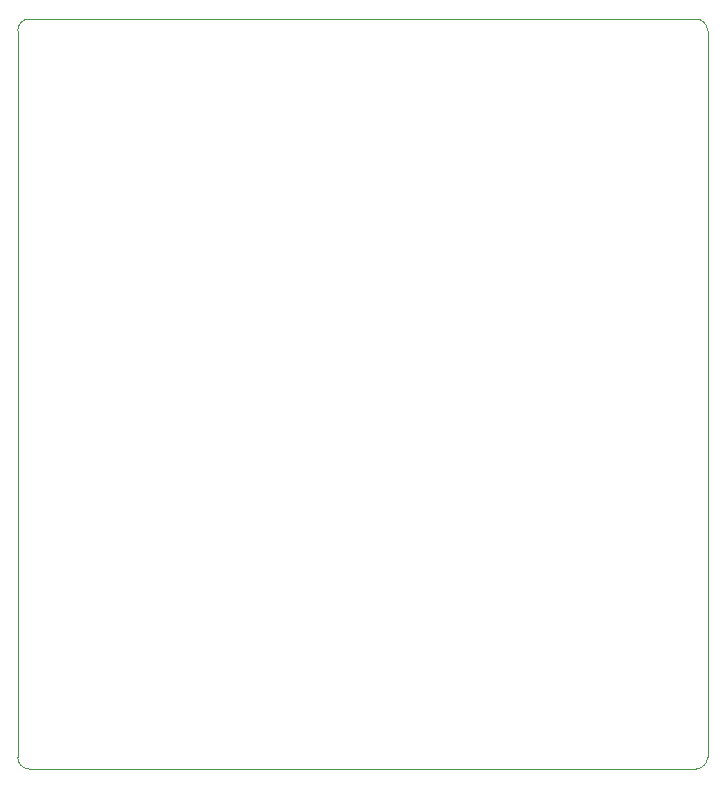
<source format=gbr>
%TF.GenerationSoftware,KiCad,Pcbnew,8.0.2*%
%TF.CreationDate,2025-02-23T18:43:33+01:00*%
%TF.ProjectId,propeller-40k-testhat,70726f70-656c-46c6-9572-2d34306b2d74,0*%
%TF.SameCoordinates,Original*%
%TF.FileFunction,Profile,NP*%
%FSLAX46Y46*%
G04 Gerber Fmt 4.6, Leading zero omitted, Abs format (unit mm)*
G04 Created by KiCad (PCBNEW 8.0.2) date 2025-02-23 18:43:33*
%MOMM*%
%LPD*%
G01*
G04 APERTURE LIST*
%TA.AperFunction,Profile*%
%ADD10C,0.050000*%
%TD*%
G04 APERTURE END LIST*
D10*
X26400000Y-25400000D02*
X82820000Y-25400000D01*
X25400000Y-87900000D02*
X25400000Y-26400000D01*
X83820000Y-26400000D02*
X83820000Y-87900000D01*
X82820000Y-88900000D02*
X26400000Y-88900000D01*
X25400000Y-26400000D02*
G75*
G02*
X26400000Y-25400000I1000000J0D01*
G01*
X82820000Y-25400000D02*
G75*
G02*
X83820000Y-26400000I0J-1000000D01*
G01*
X26400000Y-88900000D02*
G75*
G02*
X25400000Y-87900000I0J1000000D01*
G01*
X83820000Y-87900000D02*
G75*
G02*
X82820000Y-88900000I-1000000J0D01*
G01*
M02*

</source>
